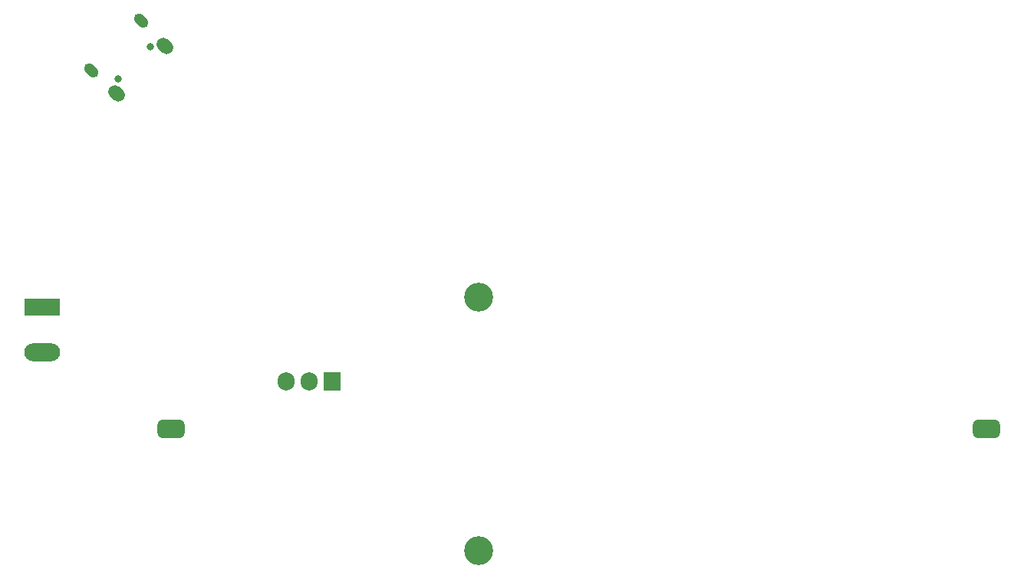
<source format=gbr>
%TF.GenerationSoftware,KiCad,Pcbnew,8.0.7*%
%TF.CreationDate,2025-03-03T14:35:13+00:00*%
%TF.ProjectId,FYP_Heater,4659505f-4865-4617-9465-722e6b696361,rev?*%
%TF.SameCoordinates,Original*%
%TF.FileFunction,Soldermask,Bot*%
%TF.FilePolarity,Negative*%
%FSLAX46Y46*%
G04 Gerber Fmt 4.6, Leading zero omitted, Abs format (unit mm)*
G04 Created by KiCad (PCBNEW 8.0.7) date 2025-03-03 14:35:13*
%MOMM*%
%LPD*%
G01*
G04 APERTURE LIST*
G04 Aperture macros list*
%AMRoundRect*
0 Rectangle with rounded corners*
0 $1 Rounding radius*
0 $2 $3 $4 $5 $6 $7 $8 $9 X,Y pos of 4 corners*
0 Add a 4 corners polygon primitive as box body*
4,1,4,$2,$3,$4,$5,$6,$7,$8,$9,$2,$3,0*
0 Add four circle primitives for the rounded corners*
1,1,$1+$1,$2,$3*
1,1,$1+$1,$4,$5*
1,1,$1+$1,$6,$7*
1,1,$1+$1,$8,$9*
0 Add four rect primitives between the rounded corners*
20,1,$1+$1,$2,$3,$4,$5,0*
20,1,$1+$1,$4,$5,$6,$7,0*
20,1,$1+$1,$6,$7,$8,$9,0*
20,1,$1+$1,$8,$9,$2,$3,0*%
%AMHorizOval*
0 Thick line with rounded ends*
0 $1 width*
0 $2 $3 position (X,Y) of the first rounded end (center of the circle)*
0 $4 $5 position (X,Y) of the second rounded end (center of the circle)*
0 Add line between two ends*
20,1,$1,$2,$3,$4,$5,0*
0 Add two circle primitives to create the rounded ends*
1,1,$1,$2,$3*
1,1,$1,$4,$5*%
G04 Aperture macros list end*
%ADD10R,3.960000X1.980000*%
%ADD11O,3.960000X1.980000*%
%ADD12HorizOval,0.800000X0.000000X0.000000X0.000000X0.000000X0*%
%ADD13HorizOval,1.150000X-0.229810X0.229810X0.229810X-0.229810X0*%
%ADD14HorizOval,1.450000X-0.194454X0.194454X0.194454X-0.194454X0*%
%ADD15C,3.200000*%
%ADD16R,1.905000X2.000000*%
%ADD17O,1.905000X2.000000*%
%ADD18RoundRect,0.500000X1.000000X0.500000X-1.000000X0.500000X-1.000000X-0.500000X1.000000X-0.500000X0*%
G04 APERTURE END LIST*
D10*
%TO.C,J3*%
X50800000Y-87050000D03*
D11*
X50800000Y-92050000D03*
%TD*%
D12*
%TO.C,J1*%
X62691332Y-58323743D03*
X59155798Y-61859277D03*
D13*
X61719061Y-55406928D03*
D14*
X64300000Y-58200000D03*
X59032055Y-63467945D03*
D13*
X56238983Y-60887006D03*
%TD*%
D15*
%TO.C,H2*%
X99000000Y-86000000D03*
%TD*%
%TO.C,H3*%
X99000000Y-114000000D03*
%TD*%
D16*
%TO.C,Q4*%
X82800000Y-95300000D03*
D17*
X80260000Y-95300000D03*
X77720000Y-95300000D03*
%TD*%
D18*
%TO.C,H1*%
X65000000Y-100500000D03*
X155000000Y-100500000D03*
%TD*%
M02*

</source>
